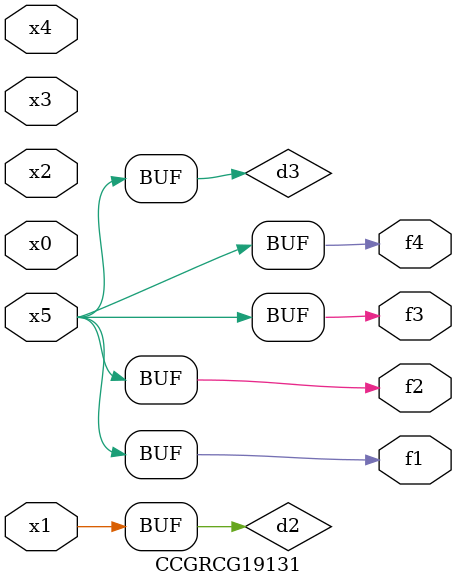
<source format=v>
module CCGRCG19131(
	input x0, x1, x2, x3, x4, x5,
	output f1, f2, f3, f4
);

	wire d1, d2, d3;

	not (d1, x5);
	or (d2, x1);
	xnor (d3, d1);
	assign f1 = d3;
	assign f2 = d3;
	assign f3 = d3;
	assign f4 = d3;
endmodule

</source>
